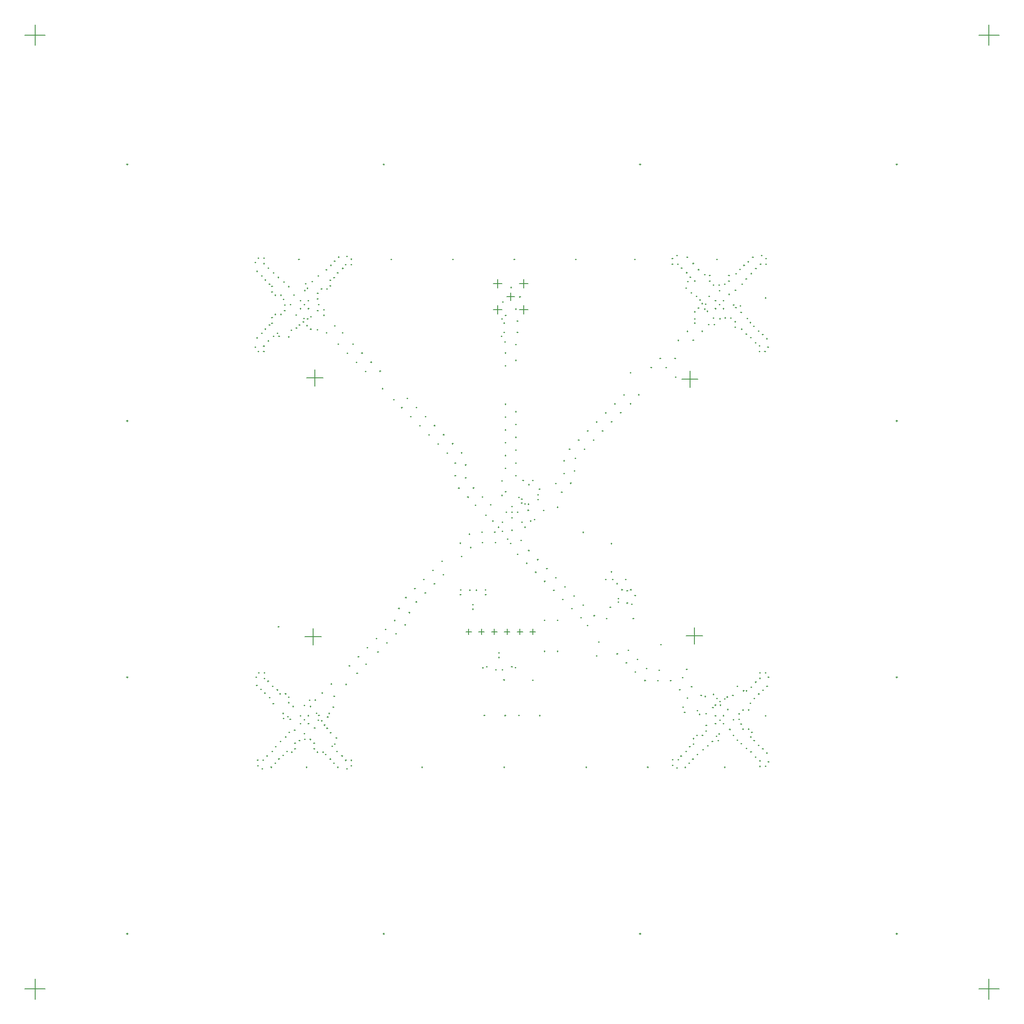
<source format=gbr>
G04*
G04 #@! TF.GenerationSoftware,Altium Limited,Altium Designer,25.0.2 (28)*
G04*
G04 Layer_Color=128*
%FSLAX24Y24*%
%MOIN*%
G70*
G04*
G04 #@! TF.SameCoordinates,4B7BC283-7035-4C9F-97D5-5998C8FB6373*
G04*
G04*
G04 #@! TF.FilePolarity,Positive*
G04*
G01*
G75*
%ADD13C,0.0050*%
D13*
X40736Y30169D02*
X41169D01*
X40953Y29953D02*
Y30386D01*
X38768Y30169D02*
X39201D01*
X38984Y29953D02*
Y30386D01*
X37783Y30169D02*
X38216D01*
X38000Y29953D02*
Y30386D01*
X36799Y30169D02*
X37232D01*
X37016Y29953D02*
Y30386D01*
X35815Y30169D02*
X36248D01*
X36031Y29953D02*
Y30386D01*
X39752Y30169D02*
X40185D01*
X39968Y29953D02*
Y30386D01*
X38965Y55886D02*
X39555D01*
X39260Y55591D02*
Y56181D01*
X39925Y56886D02*
X40594D01*
X40260Y56551D02*
Y57220D01*
X37925Y56886D02*
X38594D01*
X38260Y56551D02*
Y57220D01*
X37925Y54886D02*
X38594D01*
X38260Y54551D02*
Y55220D01*
X39925Y54886D02*
X40594D01*
X40260Y54551D02*
Y55220D01*
X1953Y2740D02*
X3528D01*
X2740Y1953D02*
Y3528D01*
X75181Y2740D02*
X76756D01*
X75968Y1953D02*
Y3528D01*
X75181Y75969D02*
X76756D01*
X75968Y75181D02*
Y76756D01*
X1953Y75969D02*
X3528D01*
X2740Y75181D02*
Y76756D01*
X23457Y29795D02*
X24717D01*
X24087Y29165D02*
Y30425D01*
X23598Y49657D02*
X24858D01*
X24228Y49027D02*
Y50287D01*
X52724Y29868D02*
X53984D01*
X53354Y29238D02*
Y30498D01*
X52378Y49547D02*
X53638D01*
X53008Y48917D02*
Y50177D01*
X51874Y49732D02*
X51953D01*
X51913Y49693D02*
Y49772D01*
X38795Y23741D02*
X38874D01*
X38834Y23702D02*
Y23781D01*
X39854Y23746D02*
X39933D01*
X39894Y23707D02*
Y23786D01*
X41452Y23741D02*
X41531D01*
X41492Y23702D02*
Y23781D01*
X37197Y23746D02*
X37275D01*
X37236Y23707D02*
Y23786D01*
X48415Y47676D02*
X48494D01*
X48454Y47637D02*
Y47716D01*
X45815Y28322D02*
X45894D01*
X45854Y28283D02*
Y28361D01*
X35767Y41993D02*
X35846D01*
X35806Y41954D02*
Y42032D01*
X34764Y44609D02*
X34843D01*
X34804Y44569D02*
Y44648D01*
X32952Y45288D02*
X33031D01*
X32991Y45248D02*
Y45327D01*
X35239Y41203D02*
X35318D01*
X35279Y41164D02*
Y41242D01*
X31980Y47392D02*
X32059D01*
X32020Y47353D02*
Y47432D01*
X27805Y51568D02*
X27883D01*
X27844Y51529D02*
Y51608D01*
X36365Y41211D02*
X36443D01*
X36404Y41172D02*
Y41251D01*
X34965Y43133D02*
X35044D01*
X35005Y43093D02*
Y43172D01*
X29376Y48838D02*
X29455D01*
X29416Y48798D02*
Y48877D01*
X30244Y47982D02*
X30322D01*
X30283Y47942D02*
Y48021D01*
X28080Y50159D02*
X28159D01*
X28119Y50120D02*
Y50199D01*
X34344Y43896D02*
X34423D01*
X34383Y43856D02*
Y43935D01*
X37675Y39921D02*
X37754D01*
X37715Y39882D02*
Y39961D01*
X34068Y45305D02*
X34147D01*
X34108Y45265D02*
Y45344D01*
X32676Y46697D02*
X32755D01*
X32716Y46657D02*
Y46736D01*
X35935Y40507D02*
X36014D01*
X35975Y40468D02*
Y40546D01*
X27384Y50855D02*
X27463D01*
X27423Y50816D02*
Y50895D01*
X32256Y45984D02*
X32335D01*
X32295Y45944D02*
Y46023D01*
X36519Y39893D02*
X36598D01*
X36559Y39854D02*
Y39933D01*
X25717Y53656D02*
X25795D01*
X25756Y53617D02*
Y53696D01*
X34965Y42148D02*
X35044D01*
X35005Y42109D02*
Y42188D01*
X25992Y52247D02*
X26071D01*
X26031Y52208D02*
Y52287D01*
X35460Y43913D02*
X35539D01*
X35500Y43873D02*
Y43952D01*
X33372Y46001D02*
X33451D01*
X33412Y45961D02*
Y46040D01*
X29197Y50176D02*
X29275D01*
X29236Y50137D02*
Y50216D01*
X28501Y50872D02*
X28579D01*
X28540Y50833D02*
Y50912D01*
X27109Y52264D02*
X27187D01*
X27148Y52225D02*
Y52304D01*
X33648Y44592D02*
X33727D01*
X33687Y44552D02*
Y44631D01*
X31560Y46680D02*
X31639D01*
X31599Y46640D02*
Y46719D01*
X35767Y42977D02*
X35846D01*
X35806Y42938D02*
Y43017D01*
X26688Y51551D02*
X26767D01*
X26727Y51512D02*
Y51591D01*
X31284Y48088D02*
X31363D01*
X31324Y48049D02*
Y48128D01*
X37327Y39115D02*
X37406D01*
X37367Y39076D02*
Y39154D01*
X30864Y47376D02*
X30943D01*
X30903Y47336D02*
Y47415D01*
X37061Y40515D02*
X37139D01*
X37100Y40476D02*
Y40555D01*
X24171Y22784D02*
X24249D01*
X24210Y22745D02*
Y22824D01*
X24933Y23007D02*
X25012D01*
X24972Y22968D02*
Y23046D01*
X22768Y53479D02*
X22846D01*
X22807Y53440D02*
Y53519D01*
X58784Y27029D02*
X58862D01*
X58823Y26990D02*
Y27069D01*
X58357Y27029D02*
X58436D01*
X58397Y26990D02*
Y27068D01*
X58358Y26603D02*
X58437D01*
X58397Y26563D02*
Y26642D01*
X59006Y26694D02*
X59085D01*
X59045Y26655D02*
Y26734D01*
X47374Y33873D02*
X47453D01*
X47413Y33834D02*
Y33912D01*
X42807Y39739D02*
X42886D01*
X42846Y39700D02*
Y39779D01*
X44776Y37810D02*
X44854D01*
X44815Y37771D02*
Y37849D01*
X46941Y36944D02*
X47020D01*
X46980Y36905D02*
Y36983D01*
X46508Y34188D02*
X46587D01*
X46547Y34149D02*
Y34227D01*
X46941Y34779D02*
X47020D01*
X46980Y34739D02*
Y34818D01*
X48043Y34188D02*
X48122D01*
X48083Y34149D02*
Y34227D01*
X47059Y34188D02*
X47138D01*
X47098Y34149D02*
Y34227D01*
X48516Y32298D02*
X48594D01*
X48555Y32259D02*
Y32338D01*
X46862Y32062D02*
X46941D01*
X46902Y32023D02*
Y32101D01*
X46587Y31196D02*
X46665D01*
X46626Y31157D02*
Y31235D01*
X47492Y32456D02*
X47571D01*
X47531Y32416D02*
Y32495D01*
X47492Y32731D02*
X47571D01*
X47531Y32692D02*
Y32771D01*
X21398Y30551D02*
X21477D01*
X21437Y30512D02*
Y30591D01*
X68823Y26677D02*
X68941D01*
X68882Y26618D02*
Y26736D01*
X68823Y46358D02*
X68941D01*
X68882Y46299D02*
Y46418D01*
X68823Y66047D02*
X68941D01*
X68882Y65988D02*
Y66106D01*
X49138Y66047D02*
X49256D01*
X49197Y65988D02*
Y66106D01*
X29453Y66047D02*
X29571D01*
X29512Y65988D02*
Y66106D01*
X9768Y66047D02*
X9886D01*
X9827Y65988D02*
Y66106D01*
X9768Y46362D02*
X9886D01*
X9827Y46303D02*
Y46421D01*
X68823Y6992D02*
X68941D01*
X68882Y6933D02*
Y7051D01*
X49138Y6992D02*
X49256D01*
X49197Y6933D02*
Y7051D01*
X29453Y6992D02*
X29571D01*
X29512Y6933D02*
Y7051D01*
X9768Y26677D02*
X9886D01*
X9827Y26618D02*
Y26736D01*
X9768Y6992D02*
X9886D01*
X9827Y6933D02*
Y7051D01*
X27431Y26997D02*
X27510D01*
X27471Y26958D02*
Y27036D01*
X28120Y27693D02*
X28199D01*
X28160Y27654D02*
Y27733D01*
X26588Y26136D02*
X26666D01*
X26627Y26097D02*
Y26175D01*
X25669Y25227D02*
X25748D01*
X25708Y25187D02*
Y25266D01*
X54343Y21432D02*
X54421D01*
X54382Y21393D02*
Y21472D01*
X53988Y21117D02*
X54067D01*
X54028Y21078D02*
Y21157D01*
X53358Y57101D02*
X53437D01*
X53398Y57062D02*
Y57141D01*
X56508Y57653D02*
X56587D01*
X56547Y57613D02*
Y57692D01*
X56941Y53401D02*
X57020D01*
X56980Y53361D02*
Y53440D01*
X57610Y53912D02*
X57689D01*
X57650Y53873D02*
Y53952D01*
X51650Y20356D02*
X51729D01*
X51689Y20317D02*
Y20396D01*
X51650Y19930D02*
X51729D01*
X51690Y19891D02*
Y19969D01*
X52076Y20357D02*
X52155D01*
X52116Y20317D02*
Y20396D01*
X20275Y58437D02*
X20354D01*
X20315Y58397D02*
Y58476D01*
X19849Y58863D02*
X19927D01*
X19888Y58823D02*
Y58902D01*
X20275Y58863D02*
X20354D01*
X20314Y58824D02*
Y58902D01*
X19846Y51679D02*
X19925D01*
X19886Y51640D02*
Y51719D01*
X20272Y52106D02*
X20351D01*
X20311Y52066D02*
Y52145D01*
X20272Y51680D02*
X20351D01*
X20312Y51640D02*
Y51719D01*
X26980Y58352D02*
X27059D01*
X27019Y58313D02*
Y58392D01*
X26554Y58352D02*
X26632D01*
X26593Y58313D02*
Y58391D01*
X26980Y58779D02*
X27058D01*
X27019Y58739D02*
Y58818D01*
X20317Y26593D02*
X20396D01*
X20357Y26554D02*
Y26632D01*
X20317Y27019D02*
X20396D01*
X20356Y26980D02*
Y27059D01*
X19891Y27019D02*
X19969D01*
X19930Y26980D02*
Y27058D01*
X20226Y20322D02*
X20304D01*
X20265Y20282D02*
Y20361D01*
X19807Y19888D02*
X19885D01*
X19846Y19849D02*
Y19927D01*
X19799Y20321D02*
X19878D01*
X19839Y20282D02*
Y20361D01*
X26990Y19886D02*
X27069D01*
X27030Y19846D02*
Y19925D01*
X26563Y20311D02*
X26642D01*
X26603Y20272D02*
Y20351D01*
X26990Y20312D02*
X27068D01*
X27029Y20272D02*
Y20351D01*
X58355Y20272D02*
X58433D01*
X58394Y20233D02*
Y20311D01*
X58781Y19846D02*
X58860D01*
X58821Y19807D02*
Y19885D01*
X58355Y19846D02*
X58434D01*
X58394Y19806D02*
Y19885D01*
X58739Y51690D02*
X58818D01*
X58779Y51650D02*
Y51729D01*
X58313Y52116D02*
X58391D01*
X58352Y52076D02*
Y52155D01*
X58313Y51689D02*
X58392D01*
X58352Y51650D02*
Y51729D01*
X51633Y58816D02*
X51712D01*
X51672Y58777D02*
Y58855D01*
X52059Y58390D02*
X52138D01*
X52099Y58351D02*
Y58430D01*
X51633Y58390D02*
X51712D01*
X51673Y58350D02*
Y58429D01*
X58397Y58394D02*
X58476D01*
X58437Y58355D02*
Y58433D01*
X58823Y58821D02*
X58902D01*
X58863Y58781D02*
Y58860D01*
X58824Y58394D02*
X58902D01*
X58863Y58355D02*
Y58434D01*
X51982Y59052D02*
X52060D01*
X52021Y59013D02*
Y59092D01*
X26652Y58994D02*
X26731D01*
X26691Y58954D02*
Y59033D01*
X19624Y52014D02*
X19703D01*
X19663Y51975D02*
Y52054D01*
X19627Y58528D02*
X19706D01*
X19666Y58489D02*
Y58567D01*
X19676Y26691D02*
X19755D01*
X19715Y26652D02*
Y26731D01*
X20141Y19666D02*
X20220D01*
X20181Y19627D02*
Y19706D01*
X26655Y19663D02*
X26734D01*
X26695Y19624D02*
Y19703D01*
X51978Y19715D02*
X52057D01*
X52017Y19676D02*
Y19755D01*
X59003Y20181D02*
X59082D01*
X59042Y20141D02*
Y20220D01*
X58968Y52031D02*
X59047D01*
X59007Y51992D02*
Y52071D01*
X58482Y59049D02*
X58560D01*
X58521Y59010D02*
Y59089D01*
X54108Y57592D02*
X54187D01*
X54147Y57552D02*
Y57631D01*
X52768Y58931D02*
X52847D01*
X52807Y58892D02*
Y58971D01*
X39315Y39361D02*
X39394D01*
X39354Y39322D02*
Y39401D01*
X55287Y23382D02*
X55366D01*
X55327Y23342D02*
Y23421D01*
X39747Y39364D02*
X39825D01*
X39786Y39325D02*
Y39403D01*
X39309Y37968D02*
X39388D01*
X39349Y37928D02*
Y38007D01*
X40563Y39503D02*
X40642D01*
X40602Y39464D02*
Y39542D01*
X40091Y38598D02*
X40169D01*
X40130Y38558D02*
Y38637D01*
X38582Y38593D02*
X38661D01*
X38622Y38553D02*
Y38632D01*
X39318Y39788D02*
X39396D01*
X39357Y39749D02*
Y39828D01*
X25400Y22431D02*
X25479D01*
X25439Y22392D02*
Y22471D01*
X25524Y21393D02*
X25602D01*
X25563Y21353D02*
Y21432D01*
X21311Y53086D02*
X21390D01*
X21350Y53046D02*
Y53125D01*
X22374Y53322D02*
X22453D01*
X22413Y53283D02*
Y53361D01*
X38594Y27259D02*
X38673D01*
X38634Y27220D02*
Y27298D01*
X38083Y27259D02*
X38161D01*
X38122Y27220D02*
Y27298D01*
X36075Y33369D02*
X36154D01*
X36114Y33330D02*
Y33409D01*
X36587Y33369D02*
X36665D01*
X36626Y33330D02*
Y33409D01*
X24382Y53361D02*
X24461D01*
X24421Y53322D02*
Y53401D01*
X54153Y25212D02*
X54232D01*
X54193Y25172D02*
Y25251D01*
X57098Y25645D02*
X57177D01*
X57138Y25605D02*
Y25684D01*
X56272Y25290D02*
X56350D01*
X56311Y25251D02*
Y25330D01*
X53083Y56196D02*
X53161D01*
X53122Y56157D02*
Y56235D01*
X52807Y57062D02*
X52886D01*
X52846Y57023D02*
Y57101D01*
X53358Y54188D02*
X53437D01*
X53398Y54149D02*
Y54227D01*
X53358Y54739D02*
X53437D01*
X53398Y54700D02*
Y54779D01*
X53634Y55015D02*
X53713D01*
X53673Y54975D02*
Y55054D01*
X53476Y55920D02*
X53555D01*
X53516Y55881D02*
Y55960D01*
X40917Y41786D02*
X40996D01*
X40957Y41747D02*
Y41826D01*
X40169Y41786D02*
X40248D01*
X40209Y41747D02*
Y41826D01*
X40622Y41472D02*
X40701D01*
X40661Y41432D02*
Y41511D01*
X22965Y58755D02*
X23043D01*
X23004Y58716D02*
Y58794D01*
X55051Y58755D02*
X55130D01*
X55091Y58716D02*
Y58794D01*
X58791Y55802D02*
X58870D01*
X58831Y55763D02*
Y55842D01*
X58791Y23716D02*
X58870D01*
X58831Y23676D02*
Y23755D01*
X23555Y19779D02*
X23634D01*
X23594Y19739D02*
Y19818D01*
X55642Y19779D02*
X55720D01*
X55681Y19739D02*
Y19818D01*
X49736Y19779D02*
X49815D01*
X49776Y19739D02*
Y19818D01*
X45012Y19779D02*
X45091D01*
X45051Y19739D02*
Y19818D01*
X38713Y19779D02*
X38791D01*
X38752Y19739D02*
Y19818D01*
X32413Y19779D02*
X32492D01*
X32453Y19739D02*
Y19818D01*
X30051Y58755D02*
X30130D01*
X30091Y58716D02*
Y58794D01*
X34776Y58755D02*
X34854D01*
X34815Y58716D02*
Y58794D01*
X39500Y58755D02*
X39579D01*
X39539Y58716D02*
Y58794D01*
X44224Y58755D02*
X44303D01*
X44264Y58716D02*
Y58794D01*
X48752Y58755D02*
X48831D01*
X48791Y58716D02*
Y58794D01*
X52728Y27298D02*
X52807D01*
X52768Y27259D02*
Y27338D01*
X50760Y29188D02*
X50839D01*
X50799Y29149D02*
Y29227D01*
X56626Y25999D02*
X56705D01*
X56665Y25960D02*
Y26038D01*
X56902Y23086D02*
X56980D01*
X56941Y23046D02*
Y23125D01*
X54697Y21747D02*
X54776D01*
X54736Y21708D02*
Y21786D01*
X56626Y21865D02*
X56705D01*
X56665Y21826D02*
Y21905D01*
X56311Y22220D02*
X56390D01*
X56350Y22180D02*
Y22259D01*
X25839Y22023D02*
X25917D01*
X25878Y21983D02*
Y22062D01*
X20996Y24661D02*
X21075D01*
X21035Y24621D02*
Y24700D01*
X21744Y23912D02*
X21823D01*
X21783Y23873D02*
Y23952D01*
X22177Y52810D02*
X22256D01*
X22217Y52771D02*
Y52849D01*
X21783Y55684D02*
X21862D01*
X21823Y55645D02*
Y55724D01*
X22177Y56668D02*
X22256D01*
X22217Y56629D02*
Y56708D01*
X23988Y57062D02*
X24067D01*
X24028Y57023D02*
Y57101D01*
X24461Y57495D02*
X24539D01*
X24500Y57456D02*
Y57535D01*
X52689Y56550D02*
X52768D01*
X52728Y56511D02*
Y56590D01*
X57374Y54227D02*
X57453D01*
X57413Y54188D02*
Y54267D01*
X56902Y54700D02*
X56980D01*
X56941Y54661D02*
Y54739D01*
X55642Y56865D02*
X55720D01*
X55681Y56826D02*
Y56905D01*
X56469Y56393D02*
X56547D01*
X56508Y56353D02*
Y56432D01*
X53358Y53873D02*
X53437D01*
X53398Y53834D02*
Y53912D01*
X26311Y53125D02*
X26390D01*
X26350Y53086D02*
Y53164D01*
X25091Y53125D02*
X25169D01*
X25130Y53086D02*
Y53164D01*
X26333Y58068D02*
X26411D01*
X26372Y58029D02*
Y58108D01*
X25073Y57950D02*
X25151D01*
X25112Y57911D02*
Y57990D01*
X25703Y58620D02*
X25781D01*
X25742Y58580D02*
Y58659D01*
X25663Y57360D02*
X25742D01*
X25703Y57320D02*
Y57399D01*
X25427Y58305D02*
X25506D01*
X25466Y58265D02*
Y58344D01*
X25939Y57714D02*
X26018D01*
X25978Y57675D02*
Y57753D01*
X26018Y58935D02*
X26096D01*
X26057Y58895D02*
Y58974D01*
X21018Y52856D02*
X21096D01*
X21057Y52816D02*
Y52895D01*
X19758Y52738D02*
X19836D01*
X19797Y52698D02*
Y52777D01*
X20388Y53407D02*
X20466D01*
X20427Y53368D02*
Y53446D01*
X20112Y53092D02*
X20191D01*
X20151Y53053D02*
Y53131D01*
X20624Y52501D02*
X20703D01*
X20663Y52462D02*
Y52541D01*
X20703Y53722D02*
X20781D01*
X20742Y53683D02*
Y53761D01*
X21018Y57725D02*
X21096D01*
X21057Y57686D02*
Y57764D01*
X19758Y57843D02*
X19836D01*
X19797Y57804D02*
Y57883D01*
X20388Y57174D02*
X20466D01*
X20427Y57135D02*
Y57213D01*
X21823Y57023D02*
X21902D01*
X21862Y56983D02*
Y57062D01*
X20112Y57489D02*
X20191D01*
X20151Y57449D02*
Y57528D01*
X20624Y58079D02*
X20703D01*
X20663Y58040D02*
Y58119D01*
X21390Y57377D02*
X21469D01*
X21429Y57338D02*
Y57416D01*
X20703Y56859D02*
X20781D01*
X20742Y56820D02*
Y56898D01*
X58010Y52356D02*
X58089D01*
X58050Y52316D02*
Y52395D01*
X57892Y53615D02*
X57971D01*
X57931Y53576D02*
Y53655D01*
X58561Y52985D02*
X58640D01*
X58601Y52946D02*
Y53025D01*
X57302D02*
X57380D01*
X57341Y52985D02*
Y53064D01*
X58246Y53261D02*
X58325D01*
X58286Y53222D02*
Y53300D01*
X57656Y52749D02*
X57735D01*
X57695Y52710D02*
Y52789D01*
X58876Y52671D02*
X58955D01*
X58916Y52631D02*
Y52710D01*
X52336Y58092D02*
X52415D01*
X52376Y58053D02*
Y58131D01*
X53634Y57972D02*
X53713D01*
X53674Y57933D02*
Y58011D01*
X53006Y57383D02*
X53084D01*
X53045Y57344D02*
Y57423D01*
X53231Y58441D02*
X53310D01*
X53271Y58401D02*
Y58480D01*
X52730Y57738D02*
X52809D01*
X52769Y57698D02*
Y57777D01*
X57683Y57671D02*
X57761D01*
X57722Y57631D02*
Y57710D01*
X57801Y58930D02*
X57880D01*
X57840Y58891D02*
Y58970D01*
X57132Y58300D02*
X57210D01*
X57171Y58261D02*
Y58340D01*
X56980Y56865D02*
X57059D01*
X57020Y56826D02*
Y56905D01*
X57446Y58576D02*
X57525D01*
X57486Y58537D02*
Y58615D01*
X58037Y58064D02*
X58116D01*
X58076Y58025D02*
Y58104D01*
X57295Y57259D02*
X57374D01*
X57335Y57220D02*
Y57298D01*
X56817Y57985D02*
X56895D01*
X56856Y57946D02*
Y58025D01*
X58030Y26310D02*
X58108D01*
X58069Y26271D02*
Y26349D01*
X57911Y25050D02*
X57990D01*
X57951Y25011D02*
Y25090D01*
X58581Y25680D02*
X58659D01*
X58620Y25641D02*
Y25719D01*
X57321Y25641D02*
X57400D01*
X57360Y25601D02*
Y25680D01*
X58266Y25404D02*
X58345D01*
X58305Y25365D02*
Y25444D01*
X57675Y25916D02*
X57754D01*
X57715Y25877D02*
Y25956D01*
X58896Y25995D02*
X58974D01*
X58935Y25956D02*
Y26034D01*
X58020Y20558D02*
X58099D01*
X58059Y20519D02*
Y20598D01*
X57902Y21818D02*
X57980D01*
X57941Y21779D02*
Y21857D01*
X58571Y21188D02*
X58650D01*
X58610Y21149D02*
Y21227D01*
X57311D02*
X57390D01*
X57351Y21188D02*
Y21267D01*
X56917Y21582D02*
X56996D01*
X56957Y21542D02*
Y21621D01*
X58256Y21464D02*
X58335D01*
X58295Y21424D02*
Y21503D01*
X57665Y20952D02*
X57744D01*
X57705Y20912D02*
Y20991D01*
X58886Y20873D02*
X58965D01*
X58925Y20834D02*
Y20912D01*
X52296Y20638D02*
X52374D01*
X52335Y20599D02*
Y20678D01*
X53555Y20757D02*
X53634D01*
X53595Y20717D02*
Y20796D01*
X52926Y20087D02*
X53004D01*
X52965Y20048D02*
Y20127D01*
Y21347D02*
X53044D01*
X53004Y21308D02*
Y21386D01*
X53201Y20402D02*
X53280D01*
X53240Y20363D02*
Y20442D01*
X52689Y20993D02*
X52768D01*
X52729Y20953D02*
Y21032D01*
X52611Y19772D02*
X52689D01*
X52650Y19733D02*
Y19812D01*
X20596Y26377D02*
X20675D01*
X20635Y26337D02*
Y26416D01*
X20714Y25117D02*
X20793D01*
X20754Y25078D02*
Y25156D01*
X20045Y25747D02*
X20124D01*
X20084Y25707D02*
Y25786D01*
X21305Y25707D02*
X21383D01*
X21344Y25668D02*
Y25747D01*
X20360Y25471D02*
X20439D01*
X20399Y25432D02*
Y25511D01*
X20950Y25983D02*
X21029D01*
X20990Y25944D02*
Y26022D01*
X19730Y26062D02*
X19809D01*
X19769Y26022D02*
Y26101D01*
X24812Y20936D02*
X24891D01*
X24852Y20897D02*
Y20975D01*
X26273Y20642D02*
X26352D01*
X26312Y20603D02*
Y20681D01*
X25013Y20760D02*
X25092D01*
X25052Y20721D02*
Y20799D01*
X25643Y20091D02*
X25722D01*
X25682Y20051D02*
Y20130D01*
X25367Y20406D02*
X25446D01*
X25407Y20366D02*
Y20445D01*
X25879Y20996D02*
X25958D01*
X25919Y20957D02*
Y21036D01*
X25958Y19776D02*
X26037D01*
X25997Y19736D02*
Y19815D01*
X20839Y19779D02*
X20917D01*
X20878Y19739D02*
Y19818D01*
X20917Y20999D02*
X20996D01*
X20957Y20960D02*
Y21038D01*
X21429Y20409D02*
X21508D01*
X21469Y20369D02*
Y20448D01*
X23004Y21826D02*
X23083D01*
X23043Y21786D02*
Y21865D01*
X22217Y22456D02*
X22295D01*
X22256Y22416D02*
Y22495D01*
X21941Y22101D02*
X22020D01*
X21980Y22062D02*
Y22141D01*
X21547Y21747D02*
X21626D01*
X21587Y21708D02*
Y21786D01*
X36311Y31912D02*
X36390D01*
X36350Y31873D02*
Y31952D01*
X37295Y33015D02*
X37374D01*
X37335Y32975D02*
Y33054D01*
X36311Y32267D02*
X36390D01*
X36350Y32227D02*
Y32306D01*
X35376Y33379D02*
X35455D01*
X35415Y33340D02*
Y33418D01*
X35366Y33015D02*
X35445D01*
X35406Y32975D02*
Y33054D01*
X37285Y33379D02*
X37364D01*
X37325Y33340D02*
Y33418D01*
X37374Y27495D02*
X37453D01*
X37413Y27456D02*
Y27535D01*
X37089Y27407D02*
X37168D01*
X37129Y27368D02*
Y27447D01*
X39303Y27495D02*
X39382D01*
X39343Y27456D02*
Y27535D01*
X38319Y28204D02*
X38398D01*
X38358Y28164D02*
Y28243D01*
X39579Y27416D02*
X39657D01*
X39618Y27377D02*
Y27456D01*
X38319Y28558D02*
X38398D01*
X38358Y28519D02*
Y28598D01*
X38831Y40920D02*
X38909D01*
X38870Y40881D02*
Y40960D01*
X38555Y40645D02*
X38634D01*
X38594Y40605D02*
Y40684D01*
X38555Y41747D02*
X38634D01*
X38594Y41708D02*
Y41786D01*
X41429Y41117D02*
X41508D01*
X41469Y41078D02*
Y41157D01*
X41311Y40684D02*
X41390D01*
X41350Y40645D02*
Y40724D01*
X54459Y55924D02*
X54538D01*
X54499Y55885D02*
Y55964D01*
X38883Y39358D02*
X38962D01*
X38923Y39319D02*
Y39398D01*
X39318Y38929D02*
X39396D01*
X39357Y38890D02*
Y38969D01*
X23870Y53401D02*
X23949D01*
X23909Y53361D02*
Y53440D01*
X54776Y25369D02*
X54854D01*
X54815Y25330D02*
Y25409D01*
X25720Y21550D02*
X25799D01*
X25760Y21511D02*
Y21590D01*
X25169Y23637D02*
X25248D01*
X25209Y23598D02*
Y23676D01*
X25287Y23912D02*
X25366D01*
X25327Y23873D02*
Y23952D01*
X25602Y24385D02*
X25681D01*
X25642Y24346D02*
Y24424D01*
X55319Y24541D02*
X55397D01*
X55358Y24502D02*
Y24580D01*
X55287Y24818D02*
X55366D01*
X55327Y24779D02*
Y24857D01*
X55642Y25015D02*
X55720D01*
X55681Y24975D02*
Y25054D01*
X54933Y24542D02*
X55012D01*
X54972Y24503D02*
Y24582D01*
X52568Y23991D02*
X52647D01*
X52607Y23952D02*
Y24031D01*
X52453Y24388D02*
X52531D01*
X52492Y24348D02*
Y24427D01*
X38516Y52849D02*
X38594D01*
X38555Y52810D02*
Y52889D01*
X38791Y52416D02*
X38870D01*
X38831Y52377D02*
Y52456D01*
X39618Y52220D02*
X39697D01*
X39657Y52180D02*
Y52259D01*
X39736Y54031D02*
X39815D01*
X39776Y53991D02*
Y54070D01*
X39736Y53164D02*
X39815D01*
X39776Y53125D02*
Y53204D01*
X38713Y53164D02*
X38791D01*
X38752Y53125D02*
Y53204D01*
X38713Y53873D02*
X38791D01*
X38752Y53834D02*
Y53912D01*
X53752Y55645D02*
X53831D01*
X53791Y55605D02*
Y55684D01*
X24500Y23755D02*
X24579D01*
X24539Y23716D02*
Y23794D01*
X23634Y54188D02*
X23713D01*
X23673Y54149D02*
Y54227D01*
X54110Y54943D02*
X54189D01*
X54149Y54904D02*
Y54982D01*
X47766Y33401D02*
X47844D01*
X47805Y33361D02*
Y33440D01*
X48772Y32960D02*
X48850D01*
X48811Y32920D02*
Y32999D01*
X24891Y54469D02*
X24970D01*
X24931Y54429D02*
Y54508D01*
X21439Y52851D02*
X21517D01*
X21478Y52812D02*
Y52891D01*
X21193Y21353D02*
X21272D01*
X21232Y21314D02*
Y21393D01*
X21154Y20094D02*
X21232D01*
X21193Y20054D02*
Y20133D01*
X21744Y20684D02*
X21823D01*
X21783Y20645D02*
Y20724D01*
X20524Y20645D02*
X20602D01*
X20563Y20605D02*
Y20684D01*
X45629Y31411D02*
X45708D01*
X45668Y31372D02*
Y31450D01*
X48161Y32377D02*
X48240D01*
X48201Y32338D02*
Y32416D01*
X37998Y37817D02*
X38076D01*
X38037Y37778D02*
Y37857D01*
X37013Y37817D02*
X37092D01*
X37053Y37778D02*
Y37857D01*
X36040Y37672D02*
X36118D01*
X36079Y37633D02*
Y37712D01*
X35344Y36976D02*
X35422D01*
X35383Y36937D02*
Y37016D01*
X33952Y35585D02*
X34031D01*
X33991Y35545D02*
Y35624D01*
X33256Y34889D02*
X33335D01*
X33295Y34849D02*
Y34928D01*
X32560Y34193D02*
X32639D01*
X32599Y34153D02*
Y34232D01*
X31864Y33497D02*
X31943D01*
X31903Y33457D02*
Y33536D01*
X31168Y32801D02*
X31247D01*
X31207Y32761D02*
Y32840D01*
X30635Y31973D02*
X30713D01*
X30674Y31934D02*
Y32013D01*
X30315Y31042D02*
X30394D01*
X30355Y31003D02*
Y31082D01*
X29619Y30346D02*
X29698D01*
X29659Y30307D02*
Y30386D01*
X28923Y29650D02*
X29002D01*
X28963Y29611D02*
Y29690D01*
X28227Y28955D02*
X28306D01*
X28267Y28915D02*
Y28994D01*
X27531Y28259D02*
X27610D01*
X27571Y28219D02*
Y28298D01*
X26835Y27563D02*
X26914D01*
X26875Y27523D02*
Y27602D01*
X25443Y26171D02*
X25522D01*
X25483Y26131D02*
Y26210D01*
X24747Y25475D02*
X24826D01*
X24787Y25435D02*
Y25514D01*
X29030Y28624D02*
X29109D01*
X29070Y28585D02*
Y28663D01*
X29726Y29320D02*
X29805D01*
X29766Y29281D02*
Y29359D01*
X30422Y30016D02*
X30501D01*
X30462Y29977D02*
Y30055D01*
X31118Y30712D02*
X31197D01*
X31158Y30673D02*
Y30751D01*
X31436Y31643D02*
X31515D01*
X31476Y31604D02*
Y31683D01*
X31971Y32470D02*
X32049D01*
X32010Y32431D02*
Y32509D01*
X32667Y33166D02*
X32745D01*
X32706Y33126D02*
Y33205D01*
X33363Y33862D02*
X33441D01*
X33402Y33822D02*
Y33901D01*
X34059Y34558D02*
X34137D01*
X34098Y34518D02*
Y34597D01*
X35450Y35950D02*
X35529D01*
X35490Y35910D02*
Y35989D01*
X36146Y36646D02*
X36225D01*
X36186Y36606D02*
Y36685D01*
X37059Y37016D02*
X37137D01*
X37098Y36976D02*
Y37055D01*
X38043Y37016D02*
X38122D01*
X38082Y36976D02*
Y37055D01*
X38990Y37284D02*
X39068D01*
X39029Y37245D02*
Y37324D01*
X39209Y36959D02*
X39288D01*
X39249Y36920D02*
Y36998D01*
X39744Y36133D02*
X39823D01*
X39784Y36093D02*
Y36172D01*
X40440Y35437D02*
X40519D01*
X40480Y35397D02*
Y35476D01*
X41136Y34741D02*
X41215D01*
X41176Y34701D02*
Y34780D01*
X41832Y34045D02*
X41911D01*
X41872Y34006D02*
Y34084D01*
X42528Y33349D02*
X42607D01*
X42568Y33310D02*
Y33388D01*
X43224Y32653D02*
X43303D01*
X43264Y32614D02*
Y32692D01*
X43920Y31957D02*
X43999D01*
X43960Y31918D02*
Y31996D01*
X44616Y31261D02*
X44695D01*
X44656Y31222D02*
Y31300D01*
X45984Y29394D02*
X46063D01*
X46024Y29354D02*
Y29433D01*
X47400Y28477D02*
X47479D01*
X47439Y28438D02*
Y28516D01*
X48096Y27781D02*
X48175D01*
X48135Y27742D02*
Y27821D01*
X48792Y27085D02*
X48871D01*
X48831Y27046D02*
Y27125D01*
X49532Y26436D02*
X49610D01*
X49571Y26396D02*
Y26475D01*
X50516Y26425D02*
X50595D01*
X50555Y26386D02*
Y26464D01*
X51500Y26424D02*
X51579D01*
X51539Y26385D02*
Y26464D01*
X52196Y25728D02*
X52275D01*
X52235Y25689D02*
Y25768D01*
X52790Y25088D02*
X52868D01*
X52829Y25049D02*
Y25127D01*
X53839Y25299D02*
X53918D01*
X53879Y25260D02*
Y25338D01*
X53104Y25954D02*
X53183D01*
X53144Y25914D02*
Y25993D01*
X52408Y26649D02*
X52487D01*
X52448Y26610D02*
Y26689D01*
X50627Y27227D02*
X50706D01*
X50666Y27187D02*
Y27266D01*
X49652Y27359D02*
X49730D01*
X49691Y27320D02*
Y27398D01*
X48956Y28055D02*
X49034D01*
X48995Y28016D02*
Y28094D01*
X48260Y28751D02*
X48338D01*
X48299Y28712D02*
Y28790D01*
X45118Y30650D02*
X45197D01*
X45157Y30610D02*
Y30689D01*
X44780Y32231D02*
X44859D01*
X44819Y32192D02*
Y32270D01*
X44084Y32927D02*
X44163D01*
X44123Y32888D02*
Y32966D01*
X43388Y33623D02*
X43467D01*
X43427Y33583D02*
Y33662D01*
X42692Y34319D02*
X42771D01*
X42731Y34279D02*
Y34358D01*
X41996Y35015D02*
X42075D01*
X42035Y34975D02*
Y35054D01*
X41300Y35711D02*
X41379D01*
X41339Y35671D02*
Y35750D01*
X40604Y36407D02*
X40683D01*
X40643Y36367D02*
Y36446D01*
X40011Y37192D02*
X40090D01*
X40050Y37153D02*
Y37232D01*
X52787Y53238D02*
X52866D01*
X52826Y53199D02*
Y53278D01*
X52091Y52542D02*
X52170D01*
X52130Y52503D02*
Y52582D01*
X50699Y51151D02*
X50778D01*
X50738Y51111D02*
Y51190D01*
X50003Y50455D02*
X50082D01*
X50042Y50415D02*
Y50494D01*
X47915Y48367D02*
X47994D01*
X47954Y48327D02*
Y48406D01*
X47219Y47671D02*
X47298D01*
X47258Y47631D02*
Y47710D01*
X46523Y46975D02*
X46602D01*
X46562Y46935D02*
Y47014D01*
X45827Y46279D02*
X45906D01*
X45866Y46239D02*
Y46318D01*
X45131Y45583D02*
X45210D01*
X45170Y45543D02*
Y45622D01*
X44435Y44887D02*
X44514D01*
X44475Y44847D02*
Y44926D01*
X43739Y44191D02*
X43818D01*
X43779Y44151D02*
Y44230D01*
X43320Y43300D02*
X43399D01*
X43359Y43261D02*
Y43340D01*
X43320Y42316D02*
X43399D01*
X43359Y42277D02*
Y42355D01*
X42686Y41563D02*
X42765D01*
X42726Y41524D02*
Y41602D01*
X41049Y38793D02*
X41128D01*
X41089Y38753D02*
Y38832D01*
X41745Y39489D02*
X41824D01*
X41785Y39449D02*
Y39528D01*
X43137Y40880D02*
X43216D01*
X43176Y40841D02*
Y40920D01*
X43833Y41576D02*
X43912D01*
X43872Y41537D02*
Y41616D01*
X44122Y42517D02*
X44200D01*
X44161Y42478D02*
Y42557D01*
X44182Y43500D02*
X44260D01*
X44221Y43461D02*
Y43539D01*
X44878Y44196D02*
X44956D01*
X44917Y44156D02*
Y44235D01*
X45574Y44892D02*
X45652D01*
X45613Y44852D02*
Y44931D01*
X46270Y45588D02*
X46348D01*
X46309Y45548D02*
Y45627D01*
X46966Y46284D02*
X47044D01*
X47005Y46244D02*
Y46323D01*
X47662Y46980D02*
X47740D01*
X47701Y46940D02*
Y47019D01*
X49054Y48372D02*
X49132D01*
X49093Y48332D02*
Y48411D01*
X51141Y50460D02*
X51220D01*
X51181Y50420D02*
Y50499D01*
X51837Y51156D02*
X51916D01*
X51877Y51116D02*
Y51195D01*
X53229Y52548D02*
X53308D01*
X53269Y52508D02*
Y52587D01*
X53925Y53243D02*
X54004D01*
X53965Y53204D02*
Y53283D01*
X38622Y55496D02*
X38701D01*
X38661Y55456D02*
Y55535D01*
X38816Y51579D02*
X38895D01*
X38855Y51539D02*
Y51618D01*
X38816Y50595D02*
X38895D01*
X38855Y50555D02*
Y50634D01*
X38816Y47642D02*
X38895D01*
X38855Y47602D02*
Y47681D01*
X38816Y46658D02*
X38895D01*
X38855Y46618D02*
Y46697D01*
X38816Y45673D02*
X38895D01*
X38855Y45634D02*
Y45713D01*
X38816Y44689D02*
X38895D01*
X38855Y44650D02*
Y44728D01*
X38816Y43705D02*
X38895D01*
X38855Y43665D02*
Y43744D01*
X38816Y42721D02*
X38895D01*
X38855Y42681D02*
Y42760D01*
X39617Y42149D02*
X39696D01*
X39657Y42110D02*
Y42189D01*
X39617Y43134D02*
X39696D01*
X39657Y43094D02*
Y43173D01*
X39617Y44118D02*
X39696D01*
X39657Y44078D02*
Y44157D01*
X39617Y45102D02*
X39696D01*
X39657Y45063D02*
Y45141D01*
X39617Y46086D02*
X39696D01*
X39657Y46047D02*
Y46126D01*
X39617Y47071D02*
X39696D01*
X39657Y47031D02*
Y47110D01*
X39617Y51008D02*
X39696D01*
X39657Y50968D02*
Y51047D01*
X39621Y54944D02*
X39700D01*
X39661Y54904D02*
Y54983D01*
X39928Y55879D02*
X40007D01*
X39968Y55839D02*
Y55918D01*
X39261Y56602D02*
X39339D01*
X39300Y56562D02*
Y56641D01*
X53555Y24134D02*
X53634D01*
X53594Y24095D02*
Y24173D01*
X23300Y53949D02*
X23379D01*
X23340Y53909D02*
Y53988D01*
X24720Y23340D02*
X24799D01*
X24760Y23300D02*
Y23379D01*
X53909Y55369D02*
X53988D01*
X53949Y55330D02*
Y55409D01*
X54185Y55330D02*
X54264D01*
X54224Y55290D02*
Y55369D01*
X38831Y54464D02*
X38909D01*
X38870Y54424D02*
Y54503D01*
X38555Y54188D02*
X38634D01*
X38594Y54149D02*
Y54227D01*
X48634Y31196D02*
X48713D01*
X48673Y31157D02*
Y31235D01*
X48415Y50060D02*
X48494D01*
X48454Y50021D02*
Y50099D01*
X42815Y31060D02*
X42894D01*
X42854Y31021D02*
Y31099D01*
X41815Y31060D02*
X41894D01*
X41854Y31021D02*
Y31099D01*
X41815Y28676D02*
X41894D01*
X41854Y28637D02*
Y28716D01*
X42815Y28676D02*
X42894D01*
X42854Y28637D02*
Y28716D01*
X40323Y39981D02*
X40401D01*
X40362Y39942D02*
Y40021D01*
X40063Y40067D02*
X40141D01*
X40102Y40027D02*
Y40106D01*
X23340Y54224D02*
X23418D01*
X23379Y54185D02*
Y54264D01*
X24445Y23379D02*
X24524D01*
X24484Y23340D02*
Y23418D01*
X37857Y38677D02*
X37936D01*
X37897Y38638D02*
Y38716D01*
X38291Y38204D02*
X38369D01*
X38330Y38165D02*
Y38244D01*
X38594Y37900D02*
X38673D01*
X38633Y37860D02*
Y37939D01*
X40749Y38676D02*
X40828D01*
X40788Y38636D02*
Y38715D01*
X40316Y38203D02*
X40395D01*
X40355Y38164D02*
Y38243D01*
X53715Y23836D02*
X53794D01*
X53754Y23796D02*
Y23875D01*
X23793Y24933D02*
X23871D01*
X23832Y24894D02*
Y24973D01*
X24219Y24934D02*
X24298D01*
X24259Y24895D02*
Y24974D01*
X24891Y54895D02*
X24970D01*
X24930Y54856D02*
Y54935D01*
X54426Y53756D02*
X54505D01*
X54465Y53717D02*
Y53796D01*
X54853Y53757D02*
X54931D01*
X54892Y53718D02*
Y53797D01*
X40909Y26466D02*
X40987D01*
X40948Y26426D02*
Y26505D01*
X38701Y26475D02*
X38780D01*
X38741Y26435D02*
Y26514D01*
X48437Y33401D02*
X48516D01*
X48476Y33361D02*
Y33440D01*
X48161Y33322D02*
X48240D01*
X48201Y33283D02*
Y33361D01*
X41311Y40330D02*
X41390D01*
X41350Y40290D02*
Y40369D01*
X40071Y40346D02*
X40149D01*
X40110Y40307D02*
Y40386D01*
X39846Y40490D02*
X39925D01*
X39886Y40451D02*
Y40530D01*
X40586Y39969D02*
X40664D01*
X40625Y39930D02*
Y40009D01*
X23388Y55281D02*
X23467D01*
X23428Y55242D02*
Y55321D01*
X23695Y54978D02*
X23774D01*
X23735Y54938D02*
Y55017D01*
X23081Y55585D02*
X23160D01*
X23120Y55545D02*
Y55624D01*
X23085Y54974D02*
X23164D01*
X23124Y54935D02*
Y55013D01*
X23692Y55588D02*
X23770D01*
X23731Y55549D02*
Y55628D01*
X22745Y54499D02*
X22824D01*
X22784Y54459D02*
Y54538D01*
X23420Y56372D02*
X23499D01*
X23459Y56332D02*
Y56411D01*
X23892Y54359D02*
X23971D01*
X23932Y54319D02*
Y54398D01*
X23478Y56894D02*
X23557D01*
X23518Y56854D02*
Y56933D01*
X24399Y55715D02*
X24478D01*
X24439Y55676D02*
Y55755D01*
X22591Y56034D02*
X22670D01*
X22631Y55994D02*
Y56073D01*
X21883Y55247D02*
X21962D01*
X21922Y55208D02*
Y55286D01*
X23611Y56543D02*
X23690D01*
X23650Y56504D02*
Y56582D01*
X22316Y55287D02*
X22395D01*
X22355Y55248D02*
Y55327D01*
X24402Y56154D02*
X24481D01*
X24442Y56115D02*
Y56193D01*
X25122Y56480D02*
X25201D01*
X25161Y56441D02*
Y56520D01*
X25373Y56731D02*
X25451D01*
X25412Y56691D02*
Y56770D01*
X25372Y57158D02*
X25451D01*
X25411Y57118D02*
Y57197D01*
X24695Y56479D02*
X24774D01*
X24735Y56440D02*
Y56519D01*
X20896Y54284D02*
X20975D01*
X20936Y54244D02*
Y54323D01*
X21147Y54534D02*
X21226D01*
X21186Y54495D02*
Y54574D01*
X21574Y54535D02*
X21652D01*
X21613Y54496D02*
Y54575D01*
X20897Y53857D02*
X20975D01*
X20936Y53818D02*
Y53896D01*
X21872Y54831D02*
X21950D01*
X21911Y54792D02*
Y54871D01*
X21151Y56007D02*
X21229D01*
X21190Y55968D02*
Y56046D01*
X21577Y56007D02*
X21656D01*
X21617Y55968D02*
Y56047D01*
X20899Y56684D02*
X20978D01*
X20938Y56645D02*
Y56724D01*
X20900Y56258D02*
X20978D01*
X20939Y56218D02*
Y56297D01*
X24481Y55287D02*
X24560D01*
X24521Y55248D02*
Y55327D01*
X24402Y54815D02*
X24481D01*
X24442Y54776D02*
Y54854D01*
X23004Y53716D02*
X23083D01*
X23043Y53676D02*
Y53755D01*
X23594Y53676D02*
X23673D01*
X23634Y53637D02*
Y53716D01*
X23388Y23428D02*
X23467D01*
X23428Y23388D02*
Y23467D01*
X23692Y23735D02*
X23770D01*
X23731Y23695D02*
Y23774D01*
X23085Y23120D02*
X23164D01*
X23124Y23081D02*
Y23160D01*
X23695Y23124D02*
X23774D01*
X23735Y23085D02*
Y23164D01*
X23081Y23731D02*
X23160D01*
X23120Y23692D02*
Y23770D01*
X22297Y23459D02*
X22376D01*
X22337Y23420D02*
Y23499D01*
X24311Y23932D02*
X24389D01*
X24350Y23892D02*
Y23971D01*
X21776Y23518D02*
X21854D01*
X21815Y23478D02*
Y23557D01*
X22636Y22631D02*
X22714D01*
X22675Y22591D02*
Y22670D01*
X23422Y21922D02*
X23501D01*
X23462Y21883D02*
Y21962D01*
X22126Y23650D02*
X22205D01*
X22166Y23611D02*
Y23690D01*
X23382Y22355D02*
X23461D01*
X23421Y22316D02*
Y22395D01*
X22515Y24442D02*
X22594D01*
X22555Y24402D02*
Y24481D01*
X22189Y25161D02*
X22268D01*
X22228Y25122D02*
Y25201D01*
X21938Y25412D02*
X22017D01*
X21978Y25373D02*
Y25451D01*
X21512Y25411D02*
X21591D01*
X21551Y25372D02*
Y25451D01*
X22190Y24735D02*
X22269D01*
X22229Y24695D02*
Y24774D01*
X24385Y20936D02*
X24464D01*
X24425Y20896D02*
Y20975D01*
X24135Y21186D02*
X24214D01*
X24174Y21147D02*
Y21226D01*
X24134Y21613D02*
X24213D01*
X24173Y21574D02*
Y21652D01*
X23838Y21911D02*
X23917D01*
X23877Y21872D02*
Y21950D01*
X22662Y21190D02*
X22741D01*
X22702Y21151D02*
Y21229D01*
X22662Y21617D02*
X22741D01*
X22701Y21577D02*
Y21656D01*
X22059Y20999D02*
X22138D01*
X22098Y20960D02*
Y21038D01*
X22412Y20939D02*
X22490D01*
X22451Y20900D02*
Y20978D01*
X23382Y24521D02*
X23461D01*
X23421Y24481D02*
Y24560D01*
X23854Y24442D02*
X23933D01*
X23894Y24402D02*
Y24481D01*
X25130Y22771D02*
X25209D01*
X25169Y22731D02*
Y22810D01*
X54934Y23731D02*
X55013D01*
X54974Y23692D02*
Y23770D01*
X55549Y23124D02*
X55628D01*
X55588Y23085D02*
Y23163D01*
X55545Y23735D02*
X55624D01*
X55585Y23695D02*
Y23774D01*
X54938Y23120D02*
X55017D01*
X54978Y23081D02*
Y23160D01*
X55885Y24210D02*
X55964D01*
X55924Y24171D02*
Y24249D01*
X55210Y22337D02*
X55289D01*
X55249Y22297D02*
Y22376D01*
X54738Y24350D02*
X54816D01*
X54777Y24311D02*
Y24389D01*
X55152Y21815D02*
X55230D01*
X55191Y21776D02*
Y21854D01*
X54231Y22993D02*
X54309D01*
X54270Y22954D02*
Y23033D01*
X56038Y22675D02*
X56117D01*
X56078Y22636D02*
Y22714D01*
X56747Y23462D02*
X56826D01*
X56786Y23422D02*
Y23501D01*
X55019Y22166D02*
X55098D01*
X55058Y22126D02*
Y22205D01*
X56314Y23421D02*
X56393D01*
X56353Y23382D02*
Y23461D01*
X54227Y22555D02*
X54306D01*
X54267Y22515D02*
Y22594D01*
X53508Y22228D02*
X53587D01*
X53547Y22189D02*
Y22268D01*
X53257Y21978D02*
X53336D01*
X53297Y21938D02*
Y22017D01*
X53258Y21551D02*
X53337D01*
X53297Y21512D02*
Y21591D01*
X53934Y22229D02*
X54013D01*
X53974Y22190D02*
Y22269D01*
X57483Y24174D02*
X57562D01*
X57522Y24135D02*
Y24214D01*
X57056Y24173D02*
X57135D01*
X57096Y24134D02*
Y24213D01*
X57610Y24700D02*
X57689D01*
X57650Y24661D02*
Y24739D01*
X56758Y23877D02*
X56837D01*
X56798Y23838D02*
Y23917D01*
X57479Y22702D02*
X57558D01*
X57519Y22662D02*
Y22741D01*
X57053Y22701D02*
X57131D01*
X57092Y22662D02*
Y22741D01*
X57650Y22101D02*
X57728D01*
X57689Y22062D02*
Y22141D01*
X57730Y22451D02*
X57809D01*
X57770Y22412D02*
Y22490D01*
X54227Y23894D02*
X54306D01*
X54267Y23854D02*
Y23933D01*
X55839Y25172D02*
X55917D01*
X55878Y25133D02*
Y25212D01*
X55051Y25054D02*
X55130D01*
X55091Y25015D02*
Y25094D01*
X54776Y54267D02*
X54854D01*
X54815Y54227D02*
Y54306D01*
X55283Y54205D02*
X55362D01*
X55322Y54165D02*
Y54244D01*
X55968Y57092D02*
X56047D01*
X56007Y57053D02*
Y57131D01*
X55968Y57519D02*
X56046D01*
X56007Y57479D02*
Y57558D01*
X54792Y56798D02*
X54871D01*
X54831Y56758D02*
Y56837D01*
X54496Y57096D02*
X54575D01*
X54535Y57056D02*
Y57135D01*
X54495Y57522D02*
X54574D01*
X54534Y57483D02*
Y57562D01*
X56440Y53974D02*
X56519D01*
X56479Y53934D02*
Y54013D01*
X56441Y53547D02*
X56520D01*
X56480Y53508D02*
Y53587D01*
X56115Y54267D02*
X56193D01*
X56154Y54227D02*
Y54306D01*
X55248Y56353D02*
X55327D01*
X55287Y56314D02*
Y56393D01*
X56504Y55058D02*
X56582D01*
X56543Y55019D02*
Y55098D01*
X55208Y56786D02*
X55286D01*
X55247Y56747D02*
Y56826D01*
X55994Y56078D02*
X56073D01*
X56034Y56038D02*
Y56117D01*
X55676Y54270D02*
X55755D01*
X55715Y54231D02*
Y54309D01*
X56854Y55191D02*
X56933D01*
X56894Y55152D02*
Y55230D01*
X54319Y54777D02*
X54398D01*
X54359Y54738D02*
Y54816D01*
X56332Y55249D02*
X56411D01*
X56372Y55210D02*
Y55289D01*
X55549Y54978D02*
X55628D01*
X55588Y54938D02*
Y55017D01*
X54935Y55585D02*
X55013D01*
X54974Y55545D02*
Y55624D01*
X55545Y55588D02*
X55624D01*
X55585Y55549D02*
Y55628D01*
X54938Y54974D02*
X55017D01*
X54978Y54935D02*
Y55013D01*
X55242Y55281D02*
X55321D01*
X55281Y55242D02*
Y55321D01*
M02*

</source>
